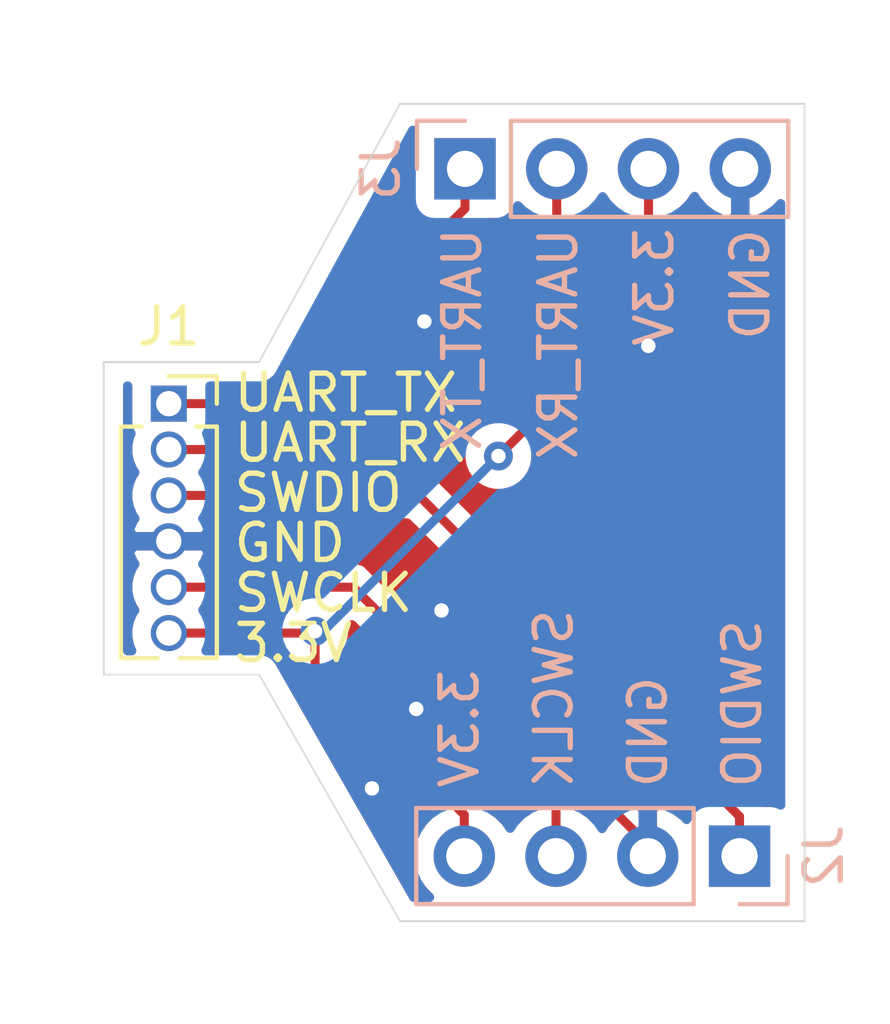
<source format=kicad_pcb>
(kicad_pcb (version 20171130) (host pcbnew 5.1.5-52549c5~84~ubuntu19.04.1)

  (general
    (thickness 1.6)
    (drawings 22)
    (tracks 31)
    (zones 0)
    (modules 3)
    (nets 7)
  )

  (page A4)
  (layers
    (0 F.Cu signal)
    (31 B.Cu signal)
    (32 B.Adhes user)
    (33 F.Adhes user)
    (34 B.Paste user)
    (35 F.Paste user)
    (36 B.SilkS user)
    (37 F.SilkS user)
    (38 B.Mask user)
    (39 F.Mask user)
    (40 Dwgs.User user)
    (41 Cmts.User user)
    (42 Eco1.User user)
    (43 Eco2.User user)
    (44 Edge.Cuts user)
    (45 Margin user)
    (46 B.CrtYd user)
    (47 F.CrtYd user)
    (48 B.Fab user)
    (49 F.Fab user)
  )

  (setup
    (last_trace_width 0.25)
    (trace_clearance 0.2)
    (zone_clearance 0.508)
    (zone_45_only no)
    (trace_min 0.2)
    (via_size 0.8)
    (via_drill 0.4)
    (via_min_size 0.4)
    (via_min_drill 0.3)
    (uvia_size 0.3)
    (uvia_drill 0.1)
    (uvias_allowed no)
    (uvia_min_size 0.2)
    (uvia_min_drill 0.1)
    (edge_width 0.05)
    (segment_width 0.2)
    (pcb_text_width 0.3)
    (pcb_text_size 1.5 1.5)
    (mod_edge_width 0.12)
    (mod_text_size 1 1)
    (mod_text_width 0.15)
    (pad_size 1.524 1.524)
    (pad_drill 0.762)
    (pad_to_mask_clearance 0.051)
    (solder_mask_min_width 0.25)
    (aux_axis_origin 0 0)
    (visible_elements FFFFFF7F)
    (pcbplotparams
      (layerselection 0x010fc_ffffffff)
      (usegerberextensions false)
      (usegerberattributes false)
      (usegerberadvancedattributes false)
      (creategerberjobfile false)
      (excludeedgelayer true)
      (linewidth 0.100000)
      (plotframeref false)
      (viasonmask false)
      (mode 1)
      (useauxorigin false)
      (hpglpennumber 1)
      (hpglpenspeed 20)
      (hpglpendiameter 15.000000)
      (psnegative false)
      (psa4output false)
      (plotreference true)
      (plotvalue true)
      (plotinvisibletext false)
      (padsonsilk false)
      (subtractmaskfromsilk false)
      (outputformat 1)
      (mirror false)
      (drillshape 0)
      (scaleselection 1)
      (outputdirectory "ilulissat_debug"))
  )

  (net 0 "")
  (net 1 VDD)
  (net 2 /SWCLK)
  (net 3 GND)
  (net 4 /SWDIO)
  (net 5 /UART_RX)
  (net 6 /UART_TX)

  (net_class Default "This is the default net class."
    (clearance 0.2)
    (trace_width 0.25)
    (via_dia 0.8)
    (via_drill 0.4)
    (uvia_dia 0.3)
    (uvia_drill 0.1)
    (add_net /SWCLK)
    (add_net /SWDIO)
    (add_net /UART_RX)
    (add_net /UART_TX)
    (add_net GND)
    (add_net VDD)
  )

  (module Connector_PinHeader_2.54mm:PinHeader_1x04_P2.54mm_Vertical (layer B.Cu) (tedit 59FED5CC) (tstamp 5E48F05E)
    (at 155.2 93.5 270)
    (descr "Through hole straight pin header, 1x04, 2.54mm pitch, single row")
    (tags "Through hole pin header THT 1x04 2.54mm single row")
    (path /5E48A1C5)
    (fp_text reference J3 (at 0 2.33 270) (layer B.SilkS)
      (effects (font (size 1 1) (thickness 0.15)) (justify mirror))
    )
    (fp_text value Conn_01x04 (at 0 -9.95 270) (layer B.Fab)
      (effects (font (size 1 1) (thickness 0.15)) (justify mirror))
    )
    (fp_text user %R (at 0 -3.81) (layer B.Fab)
      (effects (font (size 1 1) (thickness 0.15)) (justify mirror))
    )
    (fp_line (start 1.8 1.8) (end -1.8 1.8) (layer B.CrtYd) (width 0.05))
    (fp_line (start 1.8 -9.4) (end 1.8 1.8) (layer B.CrtYd) (width 0.05))
    (fp_line (start -1.8 -9.4) (end 1.8 -9.4) (layer B.CrtYd) (width 0.05))
    (fp_line (start -1.8 1.8) (end -1.8 -9.4) (layer B.CrtYd) (width 0.05))
    (fp_line (start -1.33 1.33) (end 0 1.33) (layer B.SilkS) (width 0.12))
    (fp_line (start -1.33 0) (end -1.33 1.33) (layer B.SilkS) (width 0.12))
    (fp_line (start -1.33 -1.27) (end 1.33 -1.27) (layer B.SilkS) (width 0.12))
    (fp_line (start 1.33 -1.27) (end 1.33 -8.95) (layer B.SilkS) (width 0.12))
    (fp_line (start -1.33 -1.27) (end -1.33 -8.95) (layer B.SilkS) (width 0.12))
    (fp_line (start -1.33 -8.95) (end 1.33 -8.95) (layer B.SilkS) (width 0.12))
    (fp_line (start -1.27 0.635) (end -0.635 1.27) (layer B.Fab) (width 0.1))
    (fp_line (start -1.27 -8.89) (end -1.27 0.635) (layer B.Fab) (width 0.1))
    (fp_line (start 1.27 -8.89) (end -1.27 -8.89) (layer B.Fab) (width 0.1))
    (fp_line (start 1.27 1.27) (end 1.27 -8.89) (layer B.Fab) (width 0.1))
    (fp_line (start -0.635 1.27) (end 1.27 1.27) (layer B.Fab) (width 0.1))
    (pad 4 thru_hole oval (at 0 -7.62 270) (size 1.7 1.7) (drill 1) (layers *.Cu *.Mask)
      (net 3 GND))
    (pad 3 thru_hole oval (at 0 -5.08 270) (size 1.7 1.7) (drill 1) (layers *.Cu *.Mask)
      (net 1 VDD))
    (pad 2 thru_hole oval (at 0 -2.54 270) (size 1.7 1.7) (drill 1) (layers *.Cu *.Mask)
      (net 5 /UART_RX))
    (pad 1 thru_hole rect (at 0 0 270) (size 1.7 1.7) (drill 1) (layers *.Cu *.Mask)
      (net 6 /UART_TX))
    (model ${KISYS3DMOD}/Connector_PinHeader_2.54mm.3dshapes/PinHeader_1x04_P2.54mm_Vertical.wrl
      (at (xyz 0 0 0))
      (scale (xyz 1 1 1))
      (rotate (xyz 0 0 0))
    )
  )

  (module Connector_PinHeader_2.54mm:PinHeader_1x04_P2.54mm_Vertical (layer B.Cu) (tedit 59FED5CC) (tstamp 5E48F0A3)
    (at 162.8 112.525 90)
    (descr "Through hole straight pin header, 1x04, 2.54mm pitch, single row")
    (tags "Through hole pin header THT 1x04 2.54mm single row")
    (path /5E48B193)
    (fp_text reference J2 (at 0 2.33 -90) (layer B.SilkS)
      (effects (font (size 1 1) (thickness 0.15)) (justify mirror))
    )
    (fp_text value Conn_01x04 (at 0 -9.95 -90) (layer B.Fab)
      (effects (font (size 1 1) (thickness 0.15)) (justify mirror))
    )
    (fp_text user %R (at 0 -3.81) (layer B.Fab)
      (effects (font (size 1 1) (thickness 0.15)) (justify mirror))
    )
    (fp_line (start 1.8 1.8) (end -1.8 1.8) (layer B.CrtYd) (width 0.05))
    (fp_line (start 1.8 -9.4) (end 1.8 1.8) (layer B.CrtYd) (width 0.05))
    (fp_line (start -1.8 -9.4) (end 1.8 -9.4) (layer B.CrtYd) (width 0.05))
    (fp_line (start -1.8 1.8) (end -1.8 -9.4) (layer B.CrtYd) (width 0.05))
    (fp_line (start -1.33 1.33) (end 0 1.33) (layer B.SilkS) (width 0.12))
    (fp_line (start -1.33 0) (end -1.33 1.33) (layer B.SilkS) (width 0.12))
    (fp_line (start -1.33 -1.27) (end 1.33 -1.27) (layer B.SilkS) (width 0.12))
    (fp_line (start 1.33 -1.27) (end 1.33 -8.95) (layer B.SilkS) (width 0.12))
    (fp_line (start -1.33 -1.27) (end -1.33 -8.95) (layer B.SilkS) (width 0.12))
    (fp_line (start -1.33 -8.95) (end 1.33 -8.95) (layer B.SilkS) (width 0.12))
    (fp_line (start -1.27 0.635) (end -0.635 1.27) (layer B.Fab) (width 0.1))
    (fp_line (start -1.27 -8.89) (end -1.27 0.635) (layer B.Fab) (width 0.1))
    (fp_line (start 1.27 -8.89) (end -1.27 -8.89) (layer B.Fab) (width 0.1))
    (fp_line (start 1.27 1.27) (end 1.27 -8.89) (layer B.Fab) (width 0.1))
    (fp_line (start -0.635 1.27) (end 1.27 1.27) (layer B.Fab) (width 0.1))
    (pad 4 thru_hole oval (at 0 -7.62 90) (size 1.7 1.7) (drill 1) (layers *.Cu *.Mask)
      (net 1 VDD))
    (pad 3 thru_hole oval (at 0 -5.08 90) (size 1.7 1.7) (drill 1) (layers *.Cu *.Mask)
      (net 2 /SWCLK))
    (pad 2 thru_hole oval (at 0 -2.54 90) (size 1.7 1.7) (drill 1) (layers *.Cu *.Mask)
      (net 3 GND))
    (pad 1 thru_hole rect (at 0 0 90) (size 1.7 1.7) (drill 1) (layers *.Cu *.Mask)
      (net 4 /SWDIO))
    (model ${KISYS3DMOD}/Connector_PinHeader_2.54mm.3dshapes/PinHeader_1x04_P2.54mm_Vertical.wrl
      (at (xyz 0 0 0))
      (scale (xyz 1 1 1))
      (rotate (xyz 0 0 0))
    )
  )

  (module Connector_PinSocket_1.27mm:PinSocket_1x06_P1.27mm_Vertical (layer F.Cu) (tedit 5A19A420) (tstamp 5E48F19A)
    (at 147 100)
    (descr "Through hole straight socket strip, 1x06, 1.27mm pitch, single row (from Kicad 4.0.7), script generated")
    (tags "Through hole socket strip THT 1x06 1.27mm single row")
    (path /5E489C5B)
    (fp_text reference J1 (at 0 -2.135) (layer F.SilkS)
      (effects (font (size 1 1) (thickness 0.15)))
    )
    (fp_text value Conn_01x06 (at 0 8.485) (layer F.Fab)
      (effects (font (size 1 1) (thickness 0.15)))
    )
    (fp_text user %R (at 0 3.175 90) (layer F.Fab)
      (effects (font (size 1 1) (thickness 0.15)))
    )
    (fp_line (start -1.8 7.5) (end -1.8 -1.15) (layer F.CrtYd) (width 0.05))
    (fp_line (start 1.75 7.5) (end -1.8 7.5) (layer F.CrtYd) (width 0.05))
    (fp_line (start 1.75 -1.15) (end 1.75 7.5) (layer F.CrtYd) (width 0.05))
    (fp_line (start -1.8 -1.15) (end 1.75 -1.15) (layer F.CrtYd) (width 0.05))
    (fp_line (start 0 -0.76) (end 1.33 -0.76) (layer F.SilkS) (width 0.12))
    (fp_line (start 1.33 -0.76) (end 1.33 0) (layer F.SilkS) (width 0.12))
    (fp_line (start 1.33 0.635) (end 1.33 7.045) (layer F.SilkS) (width 0.12))
    (fp_line (start 0.30753 7.045) (end 1.33 7.045) (layer F.SilkS) (width 0.12))
    (fp_line (start -1.33 7.045) (end -0.30753 7.045) (layer F.SilkS) (width 0.12))
    (fp_line (start -1.33 0.635) (end -1.33 7.045) (layer F.SilkS) (width 0.12))
    (fp_line (start 0.76 0.635) (end 1.33 0.635) (layer F.SilkS) (width 0.12))
    (fp_line (start -1.33 0.635) (end -0.76 0.635) (layer F.SilkS) (width 0.12))
    (fp_line (start -1.27 6.985) (end -1.27 -0.635) (layer F.Fab) (width 0.1))
    (fp_line (start 1.27 6.985) (end -1.27 6.985) (layer F.Fab) (width 0.1))
    (fp_line (start 1.27 0) (end 1.27 6.985) (layer F.Fab) (width 0.1))
    (fp_line (start 0.635 -0.635) (end 1.27 0) (layer F.Fab) (width 0.1))
    (fp_line (start -1.27 -0.635) (end 0.635 -0.635) (layer F.Fab) (width 0.1))
    (pad 6 thru_hole oval (at 0 6.35) (size 1 1) (drill 0.7) (layers *.Cu *.Mask)
      (net 1 VDD))
    (pad 5 thru_hole oval (at 0 5.08) (size 1 1) (drill 0.7) (layers *.Cu *.Mask)
      (net 2 /SWCLK))
    (pad 4 thru_hole oval (at 0 3.81) (size 1 1) (drill 0.7) (layers *.Cu *.Mask)
      (net 3 GND))
    (pad 3 thru_hole oval (at 0 2.54) (size 1 1) (drill 0.7) (layers *.Cu *.Mask)
      (net 4 /SWDIO))
    (pad 2 thru_hole oval (at 0 1.27) (size 1 1) (drill 0.7) (layers *.Cu *.Mask)
      (net 5 /UART_RX))
    (pad 1 thru_hole rect (at 0 0) (size 1 1) (drill 0.7) (layers *.Cu *.Mask)
      (net 6 /UART_TX))
    (model ${KISYS3DMOD}/Connector_PinSocket_1.27mm.3dshapes/PinSocket_1x06_P1.27mm_Vertical.wrl
      (at (xyz 0 0 0))
      (scale (xyz 1 1 1))
      (rotate (xyz 0 0 0))
    )
  )

  (gr_line (start 149.5 107.5) (end 145.2 107.5) (layer Edge.Cuts) (width 0.05) (tstamp 5E48F5CD))
  (gr_line (start 153.4 114.325) (end 149.5 107.5) (layer Edge.Cuts) (width 0.05))
  (gr_line (start 164.6 114.325) (end 153.4 114.325) (layer Edge.Cuts) (width 0.05))
  (gr_line (start 164.6 91.7) (end 164.6 114.325) (layer Edge.Cuts) (width 0.05))
  (gr_line (start 153.4 91.7) (end 164.6 91.7) (layer Edge.Cuts) (width 0.05))
  (gr_line (start 149.5 98.85) (end 153.4 91.7) (layer Edge.Cuts) (width 0.05))
  (gr_line (start 145.2 98.85) (end 149.5 98.85) (layer Edge.Cuts) (width 0.05))
  (gr_line (start 145.2 107.5) (end 145.2 98.85) (layer Edge.Cuts) (width 0.05))
  (gr_text 3.3V (at 155.05 108.994048 90) (layer B.SilkS)
    (effects (font (size 1 1) (thickness 0.15)) (justify mirror))
  )
  (gr_text "SWCLK\n" (at 157.658333 108.160714 90) (layer B.SilkS)
    (effects (font (size 1 1) (thickness 0.15)) (justify mirror))
  )
  (gr_text GND (at 160.266666 109.089286 90) (layer B.SilkS)
    (effects (font (size 1 1) (thickness 0.15)) (justify mirror))
  )
  (gr_text SWDIO (at 162.875 108.303571 90) (layer B.SilkS)
    (effects (font (size 1 1) (thickness 0.15)) (justify mirror))
  )
  (gr_text UART_TX (at 155.125 98.225 90) (layer B.SilkS)
    (effects (font (size 1 1) (thickness 0.15)) (justify mirror))
  )
  (gr_text UART_RX (at 157.783333 98.344047 90) (layer B.SilkS)
    (effects (font (size 1 1) (thickness 0.15)) (justify mirror))
  )
  (gr_text 3.3V (at 160.441666 96.772619 90) (layer B.SilkS)
    (effects (font (size 1 1) (thickness 0.15)) (justify mirror))
  )
  (gr_text GND (at 163.1 95.078571 90) (layer B.SilkS)
    (effects (font (size 1 1) (thickness 0.15)) (justify left mirror))
  )
  (gr_text 3.3V (at 150.447619 106.625) (layer F.SilkS)
    (effects (font (size 1 1) (thickness 0.15)))
  )
  (gr_text SWCLK (at 151.280953 105.24) (layer F.SilkS)
    (effects (font (size 1 1) (thickness 0.15)))
  )
  (gr_text GND (at 150.352381 103.855) (layer F.SilkS)
    (effects (font (size 1 1) (thickness 0.15)))
  )
  (gr_text SWDIO (at 151.138096 102.47) (layer F.SilkS)
    (effects (font (size 1 1) (thickness 0.15)))
  )
  (gr_text UART_RX (at 152.019048 101.085) (layer F.SilkS)
    (effects (font (size 1 1) (thickness 0.15)))
  )
  (gr_text UART_TX (at 151.9 99.7) (layer F.SilkS)
    (effects (font (size 1 1) (thickness 0.15)))
  )

  (via (at 156.125 101.45) (size 0.8) (drill 0.4) (layers F.Cu B.Cu) (net 1))
  (segment (start 160.28 97.295) (end 160.28 93.5) (width 0.25) (layer F.Cu) (net 1))
  (segment (start 156.125 101.45) (end 160.28 97.295) (width 0.25) (layer F.Cu) (net 1))
  (segment (start 147 106.35) (end 151 106.35) (width 0.25) (layer F.Cu) (net 1))
  (via (at 151.05 106.3) (size 0.8) (drill 0.4) (layers F.Cu B.Cu) (net 1))
  (segment (start 151 106.35) (end 151.05 106.3) (width 0.25) (layer F.Cu) (net 1))
  (segment (start 151.275 106.3) (end 156.125 101.45) (width 0.25) (layer B.Cu) (net 1))
  (segment (start 151.05 106.3) (end 151.275 106.3) (width 0.25) (layer B.Cu) (net 1))
  (segment (start 151.05 106.3) (end 151.05 107.25) (width 0.25) (layer F.Cu) (net 1))
  (segment (start 155.18 111.38) (end 155.18 112.525) (width 0.25) (layer F.Cu) (net 1))
  (segment (start 151.05 107.25) (end 155.18 111.38) (width 0.25) (layer F.Cu) (net 1))
  (segment (start 157.72 110.695) (end 157.72 112.525) (width 0.25) (layer F.Cu) (net 2))
  (segment (start 147 105.08) (end 152.105 105.08) (width 0.25) (layer F.Cu) (net 2))
  (segment (start 152.105 105.08) (end 157.72 110.695) (width 0.25) (layer F.Cu) (net 2))
  (segment (start 160.26 112.525) (end 160.26 112.21) (width 0.25) (layer F.Cu) (net 3))
  (segment (start 151.86 103.81) (end 147 103.81) (width 0.25) (layer F.Cu) (net 3))
  (segment (start 160.26 112.21) (end 151.86 103.81) (width 0.25) (layer F.Cu) (net 3))
  (via (at 154.55 105.725) (size 0.8) (drill 0.4) (layers F.Cu B.Cu) (net 3))
  (via (at 154.075 97.725) (size 0.8) (drill 0.4) (layers F.Cu B.Cu) (net 3))
  (via (at 160.275 98.4) (size 0.8) (drill 0.4) (layers F.Cu B.Cu) (net 3))
  (via (at 153.85 108.45) (size 0.8) (drill 0.4) (layers F.Cu B.Cu) (net 3) (tstamp 5E48F6C5))
  (via (at 152.625 110.65) (size 0.8) (drill 0.4) (layers F.Cu B.Cu) (net 3) (tstamp 5E48F6C7))
  (segment (start 162.8 111.425) (end 162.8 112.525) (width 0.25) (layer F.Cu) (net 4))
  (segment (start 153.915 102.54) (end 162.8 111.425) (width 0.25) (layer F.Cu) (net 4))
  (segment (start 147 102.54) (end 153.915 102.54) (width 0.25) (layer F.Cu) (net 4))
  (segment (start 157.74 95.685) (end 157.74 93.5) (width 0.25) (layer F.Cu) (net 5))
  (segment (start 147 101.27) (end 152.155 101.27) (width 0.25) (layer F.Cu) (net 5))
  (segment (start 152.155 101.27) (end 157.74 95.685) (width 0.25) (layer F.Cu) (net 5))
  (segment (start 155.2 94.6) (end 155.2 93.5) (width 0.25) (layer F.Cu) (net 6))
  (segment (start 149.8 100) (end 155.2 94.6) (width 0.25) (layer F.Cu) (net 6))
  (segment (start 147 100) (end 149.8 100) (width 0.25) (layer F.Cu) (net 6))

  (zone (net 3) (net_name GND) (layer F.Cu) (tstamp 5E48F708) (hatch edge 0.508)
    (connect_pads (clearance 0.508))
    (min_thickness 0.254)
    (fill yes (arc_segments 32) (thermal_gap 0.508) (thermal_bridge_width 0.508))
    (polygon
      (pts
        (xy 166.975 116.275) (xy 142.75 116.275) (xy 142.75 90.175) (xy 166.975 90.175)
      )
    )
    (filled_polygon
      (pts
        (xy 150.290001 107.212668) (xy 150.286324 107.25) (xy 150.290001 107.287333) (xy 150.293761 107.325503) (xy 150.300998 107.398985)
        (xy 150.344454 107.542246) (xy 150.415026 107.674276) (xy 150.444654 107.710377) (xy 150.51 107.790001) (xy 150.538998 107.813799)
        (xy 154.165046 111.439847) (xy 154.026525 111.578368) (xy 153.86401 111.821589) (xy 153.752068 112.091842) (xy 153.695 112.37874)
        (xy 153.695 112.67126) (xy 153.752068 112.958158) (xy 153.86401 113.228411) (xy 154.026525 113.471632) (xy 154.219893 113.665)
        (xy 153.783013 113.665) (xy 150.077663 107.180639) (xy 150.051425 107.13155) (xy 150.033739 107.11) (xy 150.290001 107.11)
      )
    )
    (filled_polygon
      (pts
        (xy 145.861928 100.5) (xy 145.874188 100.624482) (xy 145.910498 100.74418) (xy 145.954888 100.827226) (xy 145.908617 100.938933)
        (xy 145.865 101.158212) (xy 145.865 101.381788) (xy 145.908617 101.601067) (xy 145.994176 101.807624) (xy 146.059241 101.905)
        (xy 145.994176 102.002376) (xy 145.908617 102.208933) (xy 145.865 102.428212) (xy 145.865 102.651788) (xy 145.908617 102.871067)
        (xy 145.994176 103.077624) (xy 146.062353 103.179658) (xy 146.012877 103.249794) (xy 145.922554 103.453136) (xy 145.905881 103.508126)
        (xy 146.032046 103.683) (xy 146.873 103.683) (xy 146.873 103.671974) (xy 146.888212 103.675) (xy 147.111788 103.675)
        (xy 147.127 103.671974) (xy 147.127 103.683) (xy 147.967954 103.683) (xy 148.094119 103.508126) (xy 148.077446 103.453136)
        (xy 148.009424 103.3) (xy 153.600199 103.3) (xy 161.512655 111.212457) (xy 161.498815 111.223815) (xy 161.419463 111.320506)
        (xy 161.360498 111.43082) (xy 161.336034 111.511466) (xy 161.260269 111.427412) (xy 161.02692 111.253359) (xy 160.764099 111.128175)
        (xy 160.61689 111.083524) (xy 160.387 111.204845) (xy 160.387 112.398) (xy 160.407 112.398) (xy 160.407 112.652)
        (xy 160.387 112.652) (xy 160.387 112.672) (xy 160.133 112.672) (xy 160.133 112.652) (xy 160.113 112.652)
        (xy 160.113 112.398) (xy 160.133 112.398) (xy 160.133 111.204845) (xy 159.90311 111.083524) (xy 159.755901 111.128175)
        (xy 159.49308 111.253359) (xy 159.259731 111.427412) (xy 159.064822 111.643645) (xy 158.995195 111.760534) (xy 158.873475 111.578368)
        (xy 158.666632 111.371525) (xy 158.48 111.246822) (xy 158.48 110.732322) (xy 158.483676 110.694999) (xy 158.48 110.657676)
        (xy 158.48 110.657667) (xy 158.469003 110.546014) (xy 158.425546 110.402753) (xy 158.354975 110.270725) (xy 158.354974 110.270723)
        (xy 158.283799 110.183997) (xy 158.260001 110.154999) (xy 158.231004 110.131202) (xy 152.668804 104.569003) (xy 152.645001 104.539999)
        (xy 152.529276 104.445026) (xy 152.397247 104.374454) (xy 152.253986 104.330997) (xy 152.142333 104.32) (xy 152.142322 104.32)
        (xy 152.105 104.316324) (xy 152.067678 104.32) (xy 148.009424 104.32) (xy 148.077446 104.166864) (xy 148.094119 104.111874)
        (xy 147.967954 103.937) (xy 147.127 103.937) (xy 147.127 103.948026) (xy 147.111788 103.945) (xy 146.888212 103.945)
        (xy 146.873 103.948026) (xy 146.873 103.937) (xy 146.032046 103.937) (xy 145.905881 104.111874) (xy 145.922554 104.166864)
        (xy 146.012877 104.370206) (xy 146.062353 104.440342) (xy 145.994176 104.542376) (xy 145.908617 104.748933) (xy 145.865 104.968212)
        (xy 145.865 105.191788) (xy 145.908617 105.411067) (xy 145.994176 105.617624) (xy 146.059241 105.715) (xy 145.994176 105.812376)
        (xy 145.908617 106.018933) (xy 145.865 106.238212) (xy 145.865 106.461788) (xy 145.908617 106.681067) (xy 145.974449 106.84)
        (xy 145.86 106.84) (xy 145.86 99.51) (xy 145.861928 99.51)
      )
    )
    (filled_polygon
      (pts
        (xy 156.96 111.009802) (xy 156.96 111.246821) (xy 156.773368 111.371525) (xy 156.566525 111.578368) (xy 156.45 111.75276)
        (xy 156.333475 111.578368) (xy 156.126632 111.371525) (xy 155.929895 111.24007) (xy 155.929003 111.231014) (xy 155.885546 111.087753)
        (xy 155.839028 111.000725) (xy 155.814974 110.955723) (xy 155.743799 110.868997) (xy 155.720001 110.839999) (xy 155.691004 110.816202)
        (xy 151.844256 106.969455) (xy 151.853937 106.959774) (xy 151.967205 106.790256) (xy 152.045226 106.601898) (xy 152.085 106.401939)
        (xy 152.085 106.198061) (xy 152.069293 106.119094)
      )
    )
    (filled_polygon
      (pts
        (xy 162.947 93.373) (xy 162.967 93.373) (xy 162.967 93.627) (xy 162.947 93.627) (xy 162.947 94.820155)
        (xy 163.17689 94.941476) (xy 163.324099 94.896825) (xy 163.58692 94.771641) (xy 163.820269 94.597588) (xy 163.94 94.464758)
        (xy 163.940001 111.10999) (xy 163.89418 111.085498) (xy 163.774482 111.049188) (xy 163.65 111.036928) (xy 163.454326 111.036928)
        (xy 163.434974 111.000724) (xy 163.363799 110.913997) (xy 163.340001 110.884999) (xy 163.311004 110.861202) (xy 154.478804 102.029003)
        (xy 154.455001 101.999999) (xy 154.339276 101.905026) (xy 154.207247 101.834454) (xy 154.063986 101.790997) (xy 153.952333 101.78)
        (xy 153.952322 101.78) (xy 153.915 101.776324) (xy 153.877678 101.78) (xy 152.719801 101.78) (xy 158.251004 96.248798)
        (xy 158.280001 96.225001) (xy 158.374974 96.109276) (xy 158.445546 95.977247) (xy 158.489003 95.833986) (xy 158.5 95.722333)
        (xy 158.5 95.722325) (xy 158.503676 95.685) (xy 158.5 95.647675) (xy 158.5 94.778178) (xy 158.686632 94.653475)
        (xy 158.893475 94.446632) (xy 159.01 94.27224) (xy 159.126525 94.446632) (xy 159.333368 94.653475) (xy 159.520001 94.778179)
        (xy 159.52 96.980198) (xy 156.085199 100.415) (xy 156.023061 100.415) (xy 155.823102 100.454774) (xy 155.634744 100.532795)
        (xy 155.465226 100.646063) (xy 155.321063 100.790226) (xy 155.207795 100.959744) (xy 155.129774 101.148102) (xy 155.09 101.348061)
        (xy 155.09 101.551939) (xy 155.129774 101.751898) (xy 155.207795 101.940256) (xy 155.321063 102.109774) (xy 155.465226 102.253937)
        (xy 155.634744 102.367205) (xy 155.823102 102.445226) (xy 156.023061 102.485) (xy 156.226939 102.485) (xy 156.426898 102.445226)
        (xy 156.615256 102.367205) (xy 156.784774 102.253937) (xy 156.928937 102.109774) (xy 157.042205 101.940256) (xy 157.120226 101.751898)
        (xy 157.16 101.551939) (xy 157.16 101.489801) (xy 160.791004 97.858798) (xy 160.820001 97.835001) (xy 160.914974 97.719276)
        (xy 160.985546 97.587247) (xy 161.029003 97.443986) (xy 161.04 97.332333) (xy 161.04 97.332324) (xy 161.043676 97.295001)
        (xy 161.04 97.257678) (xy 161.04 94.778178) (xy 161.226632 94.653475) (xy 161.433475 94.446632) (xy 161.555195 94.264466)
        (xy 161.624822 94.381355) (xy 161.819731 94.597588) (xy 162.05308 94.771641) (xy 162.315901 94.896825) (xy 162.46311 94.941476)
        (xy 162.693 94.820155) (xy 162.693 93.627) (xy 162.673 93.627) (xy 162.673 93.373) (xy 162.693 93.373)
        (xy 162.693 93.353) (xy 162.947 93.353)
      )
    )
    (filled_polygon
      (pts
        (xy 156.793368 94.653475) (xy 156.98 94.778179) (xy 156.98 95.370198) (xy 151.840199 100.51) (xy 150.364801 100.51)
        (xy 155.711004 95.163798) (xy 155.740001 95.140001) (xy 155.834974 95.024276) (xy 155.854326 94.988072) (xy 156.05 94.988072)
        (xy 156.174482 94.975812) (xy 156.29418 94.939502) (xy 156.404494 94.880537) (xy 156.501185 94.801185) (xy 156.580537 94.704494)
        (xy 156.639502 94.59418) (xy 156.661513 94.52162)
      )
    )
  )
  (zone (net 3) (net_name GND) (layer B.Cu) (tstamp 5E48F705) (hatch edge 0.508)
    (connect_pads (clearance 0.508))
    (min_thickness 0.254)
    (fill yes (arc_segments 32) (thermal_gap 0.508) (thermal_bridge_width 0.508))
    (polygon
      (pts
        (xy 166.975 116.249884) (xy 142.75 116.249884) (xy 142.75 90.149884) (xy 166.975 90.149884)
      )
    )
    (filled_polygon
      (pts
        (xy 153.724188 92.525518) (xy 153.711928 92.65) (xy 153.711928 94.35) (xy 153.724188 94.474482) (xy 153.760498 94.59418)
        (xy 153.819463 94.704494) (xy 153.898815 94.801185) (xy 153.995506 94.880537) (xy 154.10582 94.939502) (xy 154.225518 94.975812)
        (xy 154.35 94.988072) (xy 156.05 94.988072) (xy 156.174482 94.975812) (xy 156.29418 94.939502) (xy 156.404494 94.880537)
        (xy 156.501185 94.801185) (xy 156.580537 94.704494) (xy 156.639502 94.59418) (xy 156.661513 94.52162) (xy 156.793368 94.653475)
        (xy 157.036589 94.81599) (xy 157.306842 94.927932) (xy 157.59374 94.985) (xy 157.88626 94.985) (xy 158.173158 94.927932)
        (xy 158.443411 94.81599) (xy 158.686632 94.653475) (xy 158.893475 94.446632) (xy 159.01 94.27224) (xy 159.126525 94.446632)
        (xy 159.333368 94.653475) (xy 159.576589 94.81599) (xy 159.846842 94.927932) (xy 160.13374 94.985) (xy 160.42626 94.985)
        (xy 160.713158 94.927932) (xy 160.983411 94.81599) (xy 161.226632 94.653475) (xy 161.433475 94.446632) (xy 161.555195 94.264466)
        (xy 161.624822 94.381355) (xy 161.819731 94.597588) (xy 162.05308 94.771641) (xy 162.315901 94.896825) (xy 162.46311 94.941476)
        (xy 162.693 94.820155) (xy 162.693 93.627) (xy 162.673 93.627) (xy 162.673 93.373) (xy 162.693 93.373)
        (xy 162.693 93.353) (xy 162.947 93.353) (xy 162.947 93.373) (xy 162.967 93.373) (xy 162.967 93.627)
        (xy 162.947 93.627) (xy 162.947 94.820155) (xy 163.17689 94.941476) (xy 163.324099 94.896825) (xy 163.58692 94.771641)
        (xy 163.820269 94.597588) (xy 163.94 94.464758) (xy 163.940001 111.10999) (xy 163.89418 111.085498) (xy 163.774482 111.049188)
        (xy 163.65 111.036928) (xy 161.95 111.036928) (xy 161.825518 111.049188) (xy 161.70582 111.085498) (xy 161.595506 111.144463)
        (xy 161.498815 111.223815) (xy 161.419463 111.320506) (xy 161.360498 111.43082) (xy 161.336034 111.511466) (xy 161.260269 111.427412)
        (xy 161.02692 111.253359) (xy 160.764099 111.128175) (xy 160.61689 111.083524) (xy 160.387 111.204845) (xy 160.387 112.398)
        (xy 160.407 112.398) (xy 160.407 112.652) (xy 160.387 112.652) (xy 160.387 112.672) (xy 160.133 112.672)
        (xy 160.133 112.652) (xy 160.113 112.652) (xy 160.113 112.398) (xy 160.133 112.398) (xy 160.133 111.204845)
        (xy 159.90311 111.083524) (xy 159.755901 111.128175) (xy 159.49308 111.253359) (xy 159.259731 111.427412) (xy 159.064822 111.643645)
        (xy 158.995195 111.760534) (xy 158.873475 111.578368) (xy 158.666632 111.371525) (xy 158.423411 111.20901) (xy 158.153158 111.097068)
        (xy 157.86626 111.04) (xy 157.57374 111.04) (xy 157.286842 111.097068) (xy 157.016589 111.20901) (xy 156.773368 111.371525)
        (xy 156.566525 111.578368) (xy 156.45 111.75276) (xy 156.333475 111.578368) (xy 156.126632 111.371525) (xy 155.883411 111.20901)
        (xy 155.613158 111.097068) (xy 155.32626 111.04) (xy 155.03374 111.04) (xy 154.746842 111.097068) (xy 154.476589 111.20901)
        (xy 154.233368 111.371525) (xy 154.026525 111.578368) (xy 153.86401 111.821589) (xy 153.752068 112.091842) (xy 153.695 112.37874)
        (xy 153.695 112.67126) (xy 153.752068 112.958158) (xy 153.86401 113.228411) (xy 154.026525 113.471632) (xy 154.219893 113.665)
        (xy 153.783013 113.665) (xy 150.077663 107.180639) (xy 150.051425 107.13155) (xy 150.024823 107.099135) (xy 150.000556 107.064951)
        (xy 149.983679 107.049002) (xy 149.968948 107.031052) (xy 149.93653 107.004447) (xy 149.906064 106.975657) (xy 149.886406 106.963311)
        (xy 149.86845 106.948575) (xy 149.831464 106.928806) (xy 149.795968 106.906513) (xy 149.774276 106.898238) (xy 149.753793 106.88729)
        (xy 149.713663 106.875117) (xy 149.674497 106.860176) (xy 149.65161 106.856292) (xy 149.629383 106.84955) (xy 149.587648 106.84544)
        (xy 149.54632 106.838427) (xy 149.490711 106.84) (xy 148.025551 106.84) (xy 148.091383 106.681067) (xy 148.135 106.461788)
        (xy 148.135 106.238212) (xy 148.127014 106.198061) (xy 150.015 106.198061) (xy 150.015 106.401939) (xy 150.054774 106.601898)
        (xy 150.132795 106.790256) (xy 150.246063 106.959774) (xy 150.390226 107.103937) (xy 150.559744 107.217205) (xy 150.748102 107.295226)
        (xy 150.948061 107.335) (xy 151.151939 107.335) (xy 151.351898 107.295226) (xy 151.540256 107.217205) (xy 151.709774 107.103937)
        (xy 151.853937 106.959774) (xy 151.967205 106.790256) (xy 152.043333 106.606468) (xy 156.164802 102.485) (xy 156.226939 102.485)
        (xy 156.426898 102.445226) (xy 156.615256 102.367205) (xy 156.784774 102.253937) (xy 156.928937 102.109774) (xy 157.042205 101.940256)
        (xy 157.120226 101.751898) (xy 157.16 101.551939) (xy 157.16 101.348061) (xy 157.120226 101.148102) (xy 157.042205 100.959744)
        (xy 156.928937 100.790226) (xy 156.784774 100.646063) (xy 156.615256 100.532795) (xy 156.426898 100.454774) (xy 156.226939 100.415)
        (xy 156.023061 100.415) (xy 155.823102 100.454774) (xy 155.634744 100.532795) (xy 155.465226 100.646063) (xy 155.321063 100.790226)
        (xy 155.207795 100.959744) (xy 155.129774 101.148102) (xy 155.09 101.348061) (xy 155.09 101.410198) (xy 151.221385 105.278814)
        (xy 151.151939 105.265) (xy 150.948061 105.265) (xy 150.748102 105.304774) (xy 150.559744 105.382795) (xy 150.390226 105.496063)
        (xy 150.246063 105.640226) (xy 150.132795 105.809744) (xy 150.054774 105.998102) (xy 150.015 106.198061) (xy 148.127014 106.198061)
        (xy 148.091383 106.018933) (xy 148.005824 105.812376) (xy 147.940759 105.715) (xy 148.005824 105.617624) (xy 148.091383 105.411067)
        (xy 148.135 105.191788) (xy 148.135 104.968212) (xy 148.091383 104.748933) (xy 148.005824 104.542376) (xy 147.937647 104.440342)
        (xy 147.987123 104.370206) (xy 148.077446 104.166864) (xy 148.094119 104.111874) (xy 147.967954 103.937) (xy 147.127 103.937)
        (xy 147.127 103.948026) (xy 147.111788 103.945) (xy 146.888212 103.945) (xy 146.873 103.948026) (xy 146.873 103.937)
        (xy 146.032046 103.937) (xy 145.905881 104.111874) (xy 145.922554 104.166864) (xy 146.012877 104.370206) (xy 146.062353 104.440342)
        (xy 145.994176 104.542376) (xy 145.908617 104.748933) (xy 145.865 104.968212) (xy 145.865 105.191788) (xy 145.908617 105.411067)
        (xy 145.994176 105.617624) (xy 146.059241 105.715) (xy 145.994176 105.812376) (xy 145.908617 106.018933) (xy 145.865 106.238212)
        (xy 145.865 106.461788) (xy 145.908617 106.681067) (xy 145.974449 106.84) (xy 145.86 106.84) (xy 145.86 99.51)
        (xy 145.861928 99.51) (xy 145.861928 100.5) (xy 145.874188 100.624482) (xy 145.910498 100.74418) (xy 145.954888 100.827226)
        (xy 145.908617 100.938933) (xy 145.865 101.158212) (xy 145.865 101.381788) (xy 145.908617 101.601067) (xy 145.994176 101.807624)
        (xy 146.059241 101.905) (xy 145.994176 102.002376) (xy 145.908617 102.208933) (xy 145.865 102.428212) (xy 145.865 102.651788)
        (xy 145.908617 102.871067) (xy 145.994176 103.077624) (xy 146.062353 103.179658) (xy 146.012877 103.249794) (xy 145.922554 103.453136)
        (xy 145.905881 103.508126) (xy 146.032046 103.683) (xy 146.873 103.683) (xy 146.873 103.671974) (xy 146.888212 103.675)
        (xy 147.111788 103.675) (xy 147.127 103.671974) (xy 147.127 103.683) (xy 147.967954 103.683) (xy 148.094119 103.508126)
        (xy 148.077446 103.453136) (xy 147.987123 103.249794) (xy 147.937647 103.179658) (xy 148.005824 103.077624) (xy 148.091383 102.871067)
        (xy 148.135 102.651788) (xy 148.135 102.428212) (xy 148.091383 102.208933) (xy 148.005824 102.002376) (xy 147.940759 101.905)
        (xy 148.005824 101.807624) (xy 148.091383 101.601067) (xy 148.135 101.381788) (xy 148.135 101.158212) (xy 148.091383 100.938933)
        (xy 148.045112 100.827226) (xy 148.089502 100.74418) (xy 148.125812 100.624482) (xy 148.138072 100.5) (xy 148.138072 99.51)
        (xy 149.497357 99.51) (xy 149.559409 99.510526) (xy 149.594161 99.503919) (xy 149.629383 99.50045) (xy 149.657884 99.491804)
        (xy 149.68713 99.486244) (xy 149.719928 99.472983) (xy 149.753793 99.46271) (xy 149.780058 99.448671) (xy 149.80766 99.437511)
        (xy 149.837239 99.418108) (xy 149.86845 99.401425) (xy 149.891472 99.382531) (xy 149.916366 99.366201) (xy 149.941594 99.341397)
        (xy 149.968948 99.318948) (xy 149.98784 99.295928) (xy 150.009071 99.275054) (xy 150.028974 99.245806) (xy 150.051425 99.21845)
        (xy 150.080747 99.163592) (xy 153.752596 92.431871)
      )
    )
  )
)

</source>
